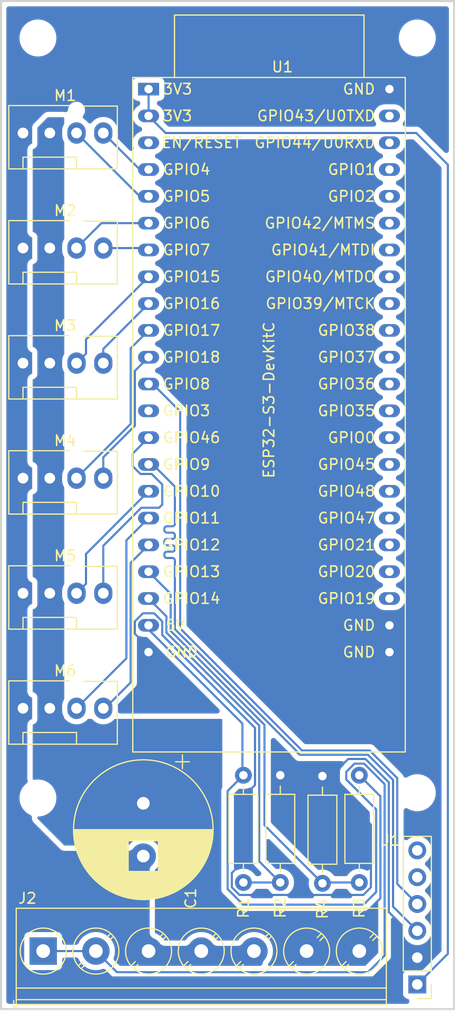
<source format=kicad_pcb>
(kicad_pcb (version 20240108) (generator "pcbnew") (generator_version "8.0")
  (layers (0 "F.Cu" signal) (31 "B.Cu" signal) (34 "B.Paste" user) (35 "F.Paste" user) (36 "B.SilkS" user "B.Silkscreen") (37 "F.SilkS" user "F.Silkscreen") (38 "B.Mask" user) (39 "F.Mask" user) (44 "Edge.Cuts" user))
  (net 0 "")
  (net 1 "/scl")
  (net 2 "/cs")
  (net 3 "GND")
  (net 4 "/sda")
  (net 5 "+3.3V")
  (net 6 "/sdo")
  (net 7 "+5V")
  (net 8 "+12V")
  (net 9 "/f1_pwm")
  (net 10 "/f1_tach")
  (net 11 "/f2_pwm")
  (net 12 "/f2_tach")
  (net 13 "/f3_pwm")
  (net 14 "/f3_tach")
  (net 15 "/f4_pwm")
  (net 16 "/f4_tach")
  (net 17 "/f5_pwm")
  (net 18 "/f5_tach")
  (net 19 "/f6_pwm")
  (net 20 "/f6_tach")
  (net 21 "/5v_adc_scaled")
  (net 22 "/12v_adc_scaled")
  (footprint "Connector:FanPinHeader_1x04_P2.54mm_Vertical" (layer "F.Cu") (at 129.5825 83.2)
    (property "Reference" "M4" (at 4 -3.55 0) (layer "F.SilkS"))
    (property "Value" "Fan 4")
    (pad "" np_thru_hole circle (at 5.08 -2.16 90) (size 1.1 1.1) (drill 1.1) (layers "*.Cu" "*.Mask"))
    (pad "1" thru_hole rect (at 0 0 90) (size 2.03 1.73) (drill 1.02) (layers "*.Cu" "*.Mask") (net 3 "GND"))
    (pad "2" thru_hole oval (at 2.54 0 90) (size 2.03 1.73) (drill 1.02) (layers "*.Cu" "*.Mask") (net 8 "+12V"))
    (pad "3" thru_hole oval (at 5.08 0 90) (size 2.03 1.73) (drill 1.02) (layers "*.Cu" "*.Mask") (net 16 "/f4_tach"))
    (pad "4" thru_hole oval (at 7.62 0 90) (size 2.03 1.73) (drill 1.02) (layers "*.Cu" "*.Mask") (net 15 "/f4_pwm"))
  )
  (footprint "MountingHole:MountingHole_3mm" (layer "F.Cu") (at 131 41.5)
    (property "Reference" "H2" (hide yes))
    (property "Value" "MountingHole" (hide yes))
    (pad "" np_thru_hole circle (at 0 0) (size 3 3) (drill 3) (layers "*.Cu" "*.Mask"))
  )
  (footprint "Connector:FanPinHeader_1x04_P2.54mm_Vertical" (layer "F.Cu") (at 129.5825 94.1)
    (property "Reference" "M5" (at 4 -3.55 0) (layer "F.SilkS"))
    (property "Value" "Fan 5")
    (pad "" np_thru_hole circle (at 5.08 -2.16 90) (size 1.1 1.1) (drill 1.1) (layers "*.Cu" "*.Mask"))
    (pad "1" thru_hole rect (at 0 0 90) (size 2.03 1.73) (drill 1.02) (layers "*.Cu" "*.Mask") (net 3 "GND"))
    (pad "2" thru_hole oval (at 2.54 0 90) (size 2.03 1.73) (drill 1.02) (layers "*.Cu" "*.Mask") (net 8 "+12V"))
    (pad "3" thru_hole oval (at 5.08 0 90) (size 2.03 1.73) (drill 1.02) (layers "*.Cu" "*.Mask") (net 18 "/f5_tach"))
    (pad "4" thru_hole oval (at 7.62 0 90) (size 2.03 1.73) (drill 1.02) (layers "*.Cu" "*.Mask") (net 17 "/f5_pwm"))
  )
  (footprint "Resistor_THT:R_Axial_DIN0207_L6.3mm_D2.5mm_P10.16mm_Horizontal" (layer "F.Cu") (at 161.5 121.5 90)
    (property "Reference" "R3" (at -2.42 0 90) (layer "F.SilkS"))
    (property "Value" "10k" (hide yes))
    (pad "1" thru_hole circle (at 0 0 90) (size 1.6 1.6) (drill 0.8) (layers "*.Cu" "*.Mask") (net 22 "/12v_adc_scaled"))
    (pad "2" thru_hole oval (at 10.16 0 90) (size 1.6 1.6) (drill 0.8) (layers "*.Cu" "*.Mask") (net 8 "+12V"))
  )
  (footprint "MountingHole:MountingHole_3mm" (layer "F.Cu") (at 131 113.5)
    (property "Reference" "H4" (hide yes))
    (property "Value" "MountingHole" (hide yes))
    (pad "" np_thru_hole circle (at 0 0) (size 3 3) (drill 3) (layers "*.Cu" "*.Mask"))
  )
  (footprint "Connector_PinHeader_2.54mm:PinHeader_1x06_P2.54mm_Vertical" (layer "F.Cu") (at 167 131.16 180)
    (property "Reference" "J1" (at 2.5 13.66 360) (layer "F.SilkS"))
    (property "Value" "PINHD_1x6_Male" (hide yes))
    (pad "1" thru_hole rect (at 0 0 180) (size 1.7 1.7) (drill 1) (layers "*.Cu" "*.Mask") (net 5 "+3.3V"))
    (pad "2" thru_hole oval (at 0 2.54 180) (size 1.7 1.7) (drill 1) (layers "*.Cu" "*.Mask") (net 3 "GND"))
    (pad "3" thru_hole oval (at 0 5.08 180) (size 1.7 1.7) (drill 1) (layers "*.Cu" "*.Mask") (net 1 "/scl"))
    (pad "4" thru_hole oval (at 0 7.62 180) (size 1.7 1.7) (drill 1) (layers "*.Cu" "*.Mask") (net 4 "/sda"))
    (pad "5" thru_hole oval (at 0 10.16 180) (size 1.7 1.7) (drill 1) (layers "*.Cu" "*.Mask") (net 6 "/sdo"))
    (pad "6" thru_hole oval (at 0 12.7 180) (size 1.7 1.7) (drill 1) (layers "*.Cu" "*.Mask") (net 2 "/cs"))
  )
  (footprint "MountingHole:MountingHole_3mm" (layer "F.Cu") (at 167 41.5)
    (property "Reference" "H1" (hide yes))
    (property "Value" "MountingHole" (hide yes))
    (pad "" np_thru_hole circle (at 0 0) (size 3 3) (drill 3) (layers "*.Cu" "*.Mask"))
  )
  (footprint "Connector:FanPinHeader_1x04_P2.54mm_Vertical" (layer "F.Cu") (at 129.5825 105)
    (property "Reference" "M6" (at 4 -3.55 0) (layer "F.SilkS"))
    (property "Value" "Fan 6")
    (pad "" np_thru_hole circle (at 5.08 -2.16 90) (size 1.1 1.1) (drill 1.1) (layers "*.Cu" "*.Mask"))
    (pad "1" thru_hole rect (at 0 0 90) (size 2.03 1.73) (drill 1.02) (layers "*.Cu" "*.Mask") (net 3 "GND"))
    (pad "2" thru_hole oval (at 2.54 0 90) (size 2.03 1.73) (drill 1.02) (layers "*.Cu" "*.Mask") (net 8 "+12V"))
    (pad "3" thru_hole oval (at 5.08 0 90) (size 2.03 1.73) (drill 1.02) (layers "*.Cu" "*.Mask") (net 20 "/f6_tach"))
    (pad "4" thru_hole oval (at 7.62 0 90) (size 2.03 1.73) (drill 1.02) (layers "*.Cu" "*.Mask") (net 19 "/f6_pwm"))
  )
  (footprint "Connector:FanPinHeader_1x04_P2.54mm_Vertical" (layer "F.Cu") (at 129.5825 61.4)
    (property "Reference" "M2" (at 4 -3.55 0) (layer "F.SilkS"))
    (property "Value" "Fan 2")
    (pad "" np_thru_hole circle (at 5.08 -2.16 90) (size 1.1 1.1) (drill 1.1) (layers "*.Cu" "*.Mask"))
    (pad "1" thru_hole rect (at 0 0 90) (size 2.03 1.73) (drill 1.02) (layers "*.Cu" "*.Mask") (net 3 "GND"))
    (pad "2" thru_hole oval (at 2.54 0 90) (size 2.03 1.73) (drill 1.02) (layers "*.Cu" "*.Mask") (net 8 "+12V"))
    (pad "3" thru_hole oval (at 5.08 0 90) (size 2.03 1.73) (drill 1.02) (layers "*.Cu" "*.Mask") (net 12 "/f2_tach"))
    (pad "4" thru_hole oval (at 7.62 0 90) (size 2.03 1.73) (drill 1.02) (layers "*.Cu" "*.Mask") (net 11 "/f2_pwm"))
  )
  (footprint "Resistor_THT:R_Axial_DIN0207_L6.3mm_D2.5mm_P10.16mm_Horizontal" (layer "F.Cu") (at 154 111.34 -90)
    (property "Reference" "R2" (at 12.58 0 90) (layer "F.SilkS"))
    (property "Value" "10k" (hide yes))
    (pad "1" thru_hole circle (at 0 0 270) (size 1.6 1.6) (drill 0.8) (layers "*.Cu" "*.Mask") (net 3 "GND"))
    (pad "2" thru_hole oval (at 10.16 0 270) (size 1.6 1.6) (drill 0.8) (layers "*.Cu" "*.Mask") (net 21 "/5v_adc_scaled"))
  )
  (footprint "Resistor_THT:R_Axial_DIN0207_L6.3mm_D2.5mm_P10.16mm_Horizontal" (layer "F.Cu") (at 150.5 121.5 90)
    (property "Reference" "R1" (at -2.42 0 90) (layer "F.SilkS"))
    (property "Value" "10k" (hide yes))
    (pad "1" thru_hole circle (at 0 0 90) (size 1.6 1.6) (drill 0.8) (layers "*.Cu" "*.Mask") (net 21 "/5v_adc_scaled"))
    (pad "2" thru_hole oval (at 10.16 0 90) (size 1.6 1.6) (drill 0.8) (layers "*.Cu" "*.Mask") (net 7 "+5V"))
  )
  (footprint "Resistor_THT:R_Axial_DIN0207_L6.3mm_D2.5mm_P10.16mm_Horizontal" (layer "F.Cu") (at 158 111.42 -90)
    (property "Reference" "R4" (at 12.58 0 90) (layer "F.SilkS"))
    (property "Value" "3.3k" (hide yes))
    (pad "1" thru_hole circle (at 0 0 270) (size 1.6 1.6) (drill 0.8) (layers "*.Cu" "*.Mask") (net 3 "GND"))
    (pad "2" thru_hole oval (at 10.16 0 270) (size 1.6 1.6) (drill 0.8) (layers "*.Cu" "*.Mask") (net 22 "/12v_adc_scaled"))
  )
  (footprint "PCM_Espressif:ESP32-S3-DevKitC" (layer "F.Cu") (at 141.5 46.34)
    (property "Reference" "U1" (at 12.7 -2.1 0) (layer "F.SilkS"))
    (property "Value" "ESP32-S3-DevKitC" (at 11.42632 29.46128 90) (layer "F.SilkS"))
    (fp_text user "GND" (at 21.59 53.34 0) (layer "F.SilkS") (effects (justify right)))
    (fp_text user "GPIO35" (at 21.59 30.48 0) (layer "F.SilkS") (effects (justify right)))
    (fp_text user "GPIO37" (at 21.59 25.4 0) (layer "F.SilkS") (effects (justify right)))
    (fp_text user "3V3" (at 1.27 0 0) (layer "F.SilkS") (effects (justify left)))
    (fp_text user "GPIO0" (at 21.59 33.02 0) (layer "F.SilkS") (effects (justify right)))
    (fp_text user "GND" (at 1.52032 53.33728 0) (layer "F.SilkS") (effects (justify left)))
    (fp_text user "GPIO41/MTDI" (at 21.59 15.24 0) (layer "F.SilkS") (effects (justify right)))
    (fp_text user "GPIO42/MTMS" (at 21.59 12.7 0) (layer "F.SilkS") (effects (justify right)))
    (fp_text user "GPIO1" (at 21.59 7.62 0) (layer "F.SilkS") (effects (justify right)))
    (fp_text user "GPIO46" (at 1.27 33.02 0) (layer "F.SilkS") (effects (justify left)))
    (fp_text user "GPIO7" (at 1.27 15.24 0) (layer "F.SilkS") (effects (justify left)))
    (fp_text user "GPIO39/MTCK" (at 21.59 20.32 0) (layer "F.SilkS") (effects (justify right)))
    (fp_text user "GPIO47" (at 21.59 40.64 0) (layer "F.SilkS") (effects (justify right)))
    (fp_text user "GPIO6" (at 1.27 12.7 0) (layer "F.SilkS") (effects (justify left)))
    (fp_text user "GND" (at 21.59 0 0) (layer "F.SilkS") (effects (justify right)))
    (fp_text user "GND" (at 21.59 50.8 0) (layer "F.SilkS") (effects (justify right)))
    (fp_text user "GPIO14" (at 1.27 48.26 0) (layer "F.SilkS") (effects (justify left)))
    (fp_text user "GPIO19" (at 21.59 48.26 0) (layer "F.SilkS") (effects (justify right)))
    (fp_text user "GPIO38" (at 21.59 22.86 0) (layer "F.SilkS") (effects (justify right)))
    (fp_text user "GPIO44/U0RXD" (at 21.59 5.08 0) (layer "F.SilkS") (effects (justify right)))
    (fp_text user "GPIO4" (at 1.27 7.62 0) (layer "F.SilkS") (effects (justify left)))
    (fp_text user "GPIO36" (at 21.59 27.94 0) (layer "F.SilkS") (effects (justify right)))
    (fp_text user "GPIO43/U0TXD" (at 21.59 2.54 0) (layer "F.SilkS") (effects (justify right)))
    (fp_text user "GPIO48" (at 21.59 38.1 0) (layer "F.SilkS") (effects (justify right)))
    (fp_text user "GPIO45" (at 21.59 35.56 0) (layer "F.SilkS") (effects (justify right)))
    (fp_text user "GPIO18" (at 1.27 25.4 0) (layer "F.SilkS") (effects (justify left)))
    (fp_text user "GPIO40/MTDO" (at 21.59 17.78 0) (layer "F.SilkS") (effects (justify right)))
    (fp_text user "GPIO11" (at 1.27 40.64 0) (layer "F.SilkS") (effects (justify left)))
    (fp_text user "GPIO10" (at 1.27 38.1 0) (layer "F.SilkS") (effects (justify left)))
    (fp_text user "GPIO5" (at 1.27 10.16 0) (layer "F.SilkS") (effects (justify left)))
    (fp_text user "3V3" (at 1.27 2.54 0) (layer "F.SilkS") (effects (justify left)))
    (fp_text user "GPIO16" (at 1.27 20.32 0) (layer "F.SilkS") (effects (justify left)))
    (fp_text user "EN/RESET" (at 8.88632 5.07728 0) (layer "F.SilkS") (effects (justify right)))
    (fp_text user "GPIO3" (at 1.27 30.48 0) (layer "F.SilkS") (effects (justify left)))
    (fp_text user "5V" (at 1.52032 50.79728 0) (layer "F.SilkS") (effects (justify left)))
    (fp_text user "GPIO8" (at 1.27 27.94 0) (layer "F.SilkS") (effects (justify left)))
    (fp_text user "GPIO2" (at 21.59 10.16 0) (layer "F.SilkS") (effects (justify right)))
    (fp_text user "GPIO12" (at 1.27 43.18 0) (layer "F.SilkS") (effects (justify left)))
    (fp_text user "GPIO9" (at 1.27 35.56 0) (layer "F.SilkS") (effects (justify left)))
    (fp_text user "GPIO15" (at 1.27 17.78 0) (layer "F.SilkS") (effects (justify left)))
    (fp_text user "GPIO13" (at 1.27 45.72 0) (layer "F.SilkS") (effects (justify left)))
    (fp_text user "GPIO20" (at 21.59 45.72 0) (layer "F.SilkS") (effects (justify right)))
    (fp_text user "GPIO17" (at 1.27 22.86 0) (layer "F.SilkS") (effects (justify left)))
    (fp_text user "GPIO21" (at 21.59 43.18 0) (layer "F.SilkS") (effects (justify right)))
    (pad "1" thru_hole rect (at 0 0 270) (size 1.2 2) (drill 0.8) (layers "*.Cu" "*.Mask") (net 5 "+3.3V"))
    (pad "2" thru_hole oval (at 0 2.54 270) (size 1.2 2) (drill 0.8) (layers "*.Cu" "*.Mask") (net 5 "+3.3V"))
    (pad "3" thru_hole oval (at 0 5.08 270) (size 1.2 2) (drill 0.8) (layers "*.Cu" "*.Mask"))
    (pad "4" thru_hole oval (at 0 7.62 270) (size 1.2 2) (drill 0.8) (layers "*.Cu" "*.Mask") (net 9 "/f1_pwm"))
    (pad "5" thru_hole oval (at 0 10.16 270) (size 1.2 2) (drill 0.8) (layers "*.Cu" "*.Mask") (net 10 "/f1_tach"))
    (pad "6" thru_hole oval (at 0 12.7 270) (size 1.2 2) (drill 0.8) (layers "*.Cu" "*.Mask") (net 12 "/f2_tach"))
    (pad "7" thru_hole oval (at 0 15.24 270) (size 1.2 2) (drill 0.8) (layers "*.Cu" "*.Mask") (net 11 "/f2_pwm"))
    (pad "8" thru_hole oval (at 0 17.78 270) (size 1.2 2) (drill 0.8) (layers "*.Cu" "*.Mask") (net 14 "/f3_tach"))
    (pad "9" thru_hole oval (at 0 20.32 270) (size 1.2 2) (drill 0.8) (layers "*.Cu" "*.Mask") (net 13 "/f3_pwm"))
    (pad "10" thru_hole oval (at 0 22.86 270) (size 1.2 2) (drill 0.8) (layers "*.Cu" "*.Mask") (net 16 "/f4_tach"))
    (pad "11" thru_hole oval (at 0 25.4 270) (size 1.2 2) (drill 0.8) (layers "*.Cu" "*.Mask") (net 15 "/f4_pwm"))
    (pad "12" thru_hole oval (at 0 27.94 270) (size 1.2 2) (drill 0.8) (layers "*.Cu" "*.Mask") (net 4 "/sda"))
    (pad "13" thru_hole oval (at 0 30.48 270) (size 1.2 2) (drill 0.8) (layers "*.Cu" "*.Mask"))
    (pad "14" thru_hole oval (at 0 33.02 270) (size 1.2 2) (drill 0.8) (layers "*.Cu" "*.Mask") (net 17 "/f5_pwm"))
    (pad "15" thru_hole oval (at 0 35.56 270) (size 1.2 2) (drill 0.8) (layers "*.Cu" "*.Mask") (net 1 "/scl"))
    (pad "16" thru_hole oval (at 0 38.1 270) (size 1.2 2) (drill 0.8) (layers "*.Cu" "*.Mask") (net 18 "/f5_tach"))
    (pad "17" thru_hole oval (at 0 40.64 270) (size 1.2 2) (drill 0.8) (layers "*.Cu" "*.Mask") (net 20 "/f6_tach"))
    (pad "18" thru_hole oval (at 0 43.18 270) (size 1.2 2) (drill 0.8) (layers "*.Cu" "*.Mask") (net 19 "/f6_pwm"))
    (pad "19" thru_hole oval (at 0 45.72 270) (size 1.2 2) (drill 0.8) (layers "*.Cu" "*.Mask") (net 22 "/12v_adc_scaled"))
    (pad "20" thru_hole oval (at -0.00368 48.25728 270) (size 1.2 2) (drill 0.8) (layers "*.Cu" "*.Mask") (net 21 "/5v_adc_scaled"))
    (pad "21" thru_hole oval (at -0.00368 50.79728 270) (size 1.2 2) (drill 0.8) (layers "*.Cu" "*.Mask") (net 7 "+5V"))
    (pad "22" thru_hole oval (at -0.00368 53.33728 270) (size 1.2 2) (drill 0.8) (layers "*.Cu" "*.Mask") (net 3 "GND"))
    (pad "23" thru_hole oval (at 22.86 53.34 270) (size 1.2 2) (drill 0.8) (layers "*.Cu" "*.Mask") (net 3 "GND"))
    (pad "24" thru_hole oval (at 22.86 50.8 270) (size 1.2 2) (drill 0.8) (layers "*.Cu" "*.Mask") (net 3 "GND"))
    (pad "25" thru_hole oval (at 22.86 48.26 270) (size 1.2 2) (drill 0.8) (layers "*.Cu" "*.Mask"))
    (pad "26" thru_hole oval (at 22.86 45.72 270) (size 1.2 2) (drill 0.8) (layers "*.Cu" "*.Mask"))
    (pad "27" thru_hole oval (at 22.86 43.18 270) (size 1.2 2) (drill 0.8) (layers "*.Cu" "*.Mask"))
    (pad "28" thru_hole oval (at 22.86 40.64 270) (size 1.2 2) (drill 0.8) (layers "*.Cu" "*.Mask"))
    (pad "29" thru_hole oval (at 22.86 38.1 270) (size 1.2 2) (drill 0.8) (layers "*.Cu" "*.Mask"))
    (pad "30" thru_hole oval (at 22.86 35.56 270) (size 1.2 2) (drill 0.8) (layers "*.Cu" "*.Mask"))
    (pad "31" thru_hole oval (at 22.86 33.02 270) (size 1.2 2) (drill 0.8) (layers "*.Cu" "*.Mask"))
    (pad "32" thru_hole oval (at 22.86 30.48 270) (size 1.2 2) (drill 0.8) (layers "*.Cu" "*.Mask"))
    (pad "33" thru_hole oval (at 22.86 27.94 270) (size 1.2 2) (drill 0.8) (layers "*.Cu" "*.Mask"))
    (pad "34" thru_hole oval (at 22.86 25.4 270) (size 1.2 2) (drill 0.8) (layers "*.Cu" "*.Mask"))
    (pad "35" thru_hole oval (at 22.86 22.86 270) (size 1.2 2) (drill 0.8) (layers "*.Cu" "*.Mask"))
    (pad "36" thru_hole oval (at 22.86 20.32 270) (size 1.2 2) (drill 0.8) (layers "*.Cu" "*.Mask"))
    (pad "37" thru_hole oval (at 22.86 17.78 270) (size 1.2 2) (drill 0.8) (layers "*.Cu" "*.Mask"))
    (pad "38" thru_hole oval (at 22.86 15.24 270) (size 1.2 2) (drill 0.8) (layers "*.Cu" "*.Mask"))
    (pad "39" thru_hole oval (at 22.86 12.7 270) (size 1.2 2) (drill 0.8) (layers "*.Cu" "*.Mask"))
    (pad "40" thru_hole oval (at 22.86 10.16 270) (size 1.2 2) (drill 0.8) (layers "*.Cu" "*.Mask"))
    (pad "41" thru_hole oval (at 22.86 7.62 270) (size 1.2 2) (drill 0.8) (layers "*.Cu" "*.Mask"))
    (pad "42" thru_hole oval (at 22.86 5.08 270) (size 1.2 2) (drill 0.8) (layers "*.Cu" "*.Mask"))
    (pad "43" thru_hole oval (at 22.86 2.54 270) (size 1.2 2) (drill 0.8) (layers "*.Cu" "*.Mask"))
    (pad "44" thru_hole oval (at 22.86 0 270) (size 1.2 2) (drill 0.8) (layers "*.Cu" "*.Mask") (net 3 "GND"))
  )
  (footprint "PCM_Capacitor_THT_AKL:CP_Radial_D13.0mm_P5.00mm" (layer "F.Cu") (at 141 114 -90)
    (property "Reference" "C1" (at 9 -4.5 90) (layer "F.SilkS"))
    (property "Value" "330uF" (hide yes))
    (pad "1" thru_hole rect (at 0 0 270) (size 2.4 2.4) (drill 1.2) (layers "*.Cu" "*.Mask") (net 8 "+12V"))
    (pad "2" thru_hole circle (at 5 0 270) (size 2.4 2.4) (drill 1.2) (layers "*.Cu" "*.Mask") (net 3 "GND"))
  )
  (footprint "TerminalBlock_Phoenix:TerminalBlock_Phoenix_PT-1,5-7-5.0-H_1x07_P5.00mm_Horizontal" (layer "F.Cu") (at 131.5 128)
    (property "Reference" "J2" (at -1.5 -5 180) (layer "F.SilkS"))
    (property "Value" "Screw_Terminal_7_P5.00mm")
    (pad "1" thru_hole rect (at 0 0) (size 2.6 2.6) (drill 1.3) (layers "*.Cu" "*.Mask") (net 7 "+5V"))
    (pad "2" thru_hole circle (at 5 0) (size 2.6 2.6) (drill 1.3) (layers "*.Cu" "*.Mask") (net 7 "+5V"))
    (pad "3" thru_hole circle (at 10 0) (size 2.6 2.6) (drill 1.3) (layers "*.Cu" "*.Mask") (net 3 "GND"))
    (pad "4" thru_hole circle (at 15 0) (size 2.6 2.6) (drill 1.3) (layers "*.Cu" "*.Mask") (net 3 "GND"))
    (pad "5" thru_hole circle (at 20 0) (size 2.6 2.6) (drill 1.3) (layers "*.Cu" "*.Mask") (net 3 "GND"))
    (pad "6" thru_hole circle (at 25 0) (size 2.6 2.6) (drill 1.3) (layers "*.Cu" "*.Mask") (net 8 "+12V"))
    (pad "7" thru_hole circle (at 30 0) (size 2.6 2.6) (drill 1.3) (layers "*.Cu" "*.Mask") (net 8 "+12V"))
  )
  (footprint "MountingHole:MountingHole_3mm" (layer "F.Cu") (at 167 113)
    (property "Reference" "H3" (hide yes))
    (property "Value" "MountingHole" (hide yes))
    (pad "" np_thru_hole circle (at 0 0) (size 3 3) (drill 3) (layers "*.Cu" "*.Mask"))
  )
  (footprint "Connector:FanPinHeader_1x04_P2.54mm_Vertical" (layer "F.Cu") (at 129.5825 72.3)
    (property "Reference" "M3" (at 4 -3.55 0) (layer "F.SilkS"))
    (property "Value" "Fan 3")
    (pad "" np_thru_hole circle (at 5.08 -2.16 90) (size 1.1 1.1) (drill 1.1) (layers "*.Cu" "*.Mask"))
    (pad "1" thru_hole rect (at 0 0 90) (size 2.03 1.73) (drill 1.02) (layers "*.Cu" "*.Mask") (net 3 "GND"))
    (pad "2" thru_hole oval (at 2.54 0 90) (size 2.03 1.73) (drill 1.02) (layers "*.Cu" "*.Mask") (net 8 "+12V"))
    (pad "3" thru_hole oval (at 5.08 0 90) (size 2.03 1.73) (drill 1.02) (layers "*.Cu" "*.Mask") (net 14 "/f3_tach"))
    (pad "4" thru_hole oval (at 7.62 0 90) (size 2.03 1.73) (drill 1.02) (layers "*.Cu" "*.Mask") (net 13 "/f3_pwm"))
  )
  (footprint "Connector:FanPinHeader_1x04_P2.54mm_Vertical" (layer "F.Cu") (at 129.5825 50.5)
    (property "Reference" "M1" (at 4 -3.55 0) (layer "F.SilkS"))
    (property "Value" "Fan 1")
    (pad "" np_thru_hole circle (at 5.08 -2.16 90) (size 1.1 1.1) (drill 1.1) (layers "*.Cu" "*.Mask"))
    (pad "1" thru_hole rect (at 0 0 90) (size 2.03 1.73) (drill 1.02) (layers "*.Cu" "*.Mask") (net 3 "GND"))
    (pad "2" thru_hole oval (at 2.54 0 90) (size 2.03 1.73) (drill 1.02) (layers "*.Cu" "*.Mask") (net 8 "+12V"))
    (pad "3" thru_hole oval (at 5.08 0 90) (size 2.03 1.73) (drill 1.02) (layers "*.Cu" "*.Mask") (net 10 "/f1_tach"))
    (pad "4" thru_hole oval (at 7.62 0 90) (size 2.03 1.73) (drill 1.02) (layers "*.Cu" "*.Mask") (net 9 "/f1_pwm"))
  )
  (gr_line (start 161.5 121.5) (end 158 121.5) (stroke (width 0.2)) (layer "B.Cu") (net 22))
  (gr_line (start 129.5 105) (end 129 105) (stroke (width 0.2)) (layer "B.Cu") (net 3))
  (gr_line (start 154 121.5) (end 150.5 121.5) (stroke (width 0.2)) (layer "B.Cu") (net 21))
  (gr_line (start 141.5 119) (end 141 119) (stroke (width 0.2)) (layer "B.Cu") (net 3))
  (gr_line (start 141 128) (end 141.5 128) (stroke (width 0.2)) (layer "B.Cu") (net 3))
  (gr_line (start 161.5 128) (end 156.5 128) (stroke (width 0.2)) (layer "B.Cu") (net 8))
  (gr_rect (start 127.5 38) (end 170.5 133.5) (stroke (width 0.2)) (fill none) (layer "Edge.Cuts"))
  (segment (start 143.99632 89.92) (end 143.99632 89.8) (width 0.2) (layer "B.Cu") (net 1))
  (segment (start 143.99632 97.49632) (end 143.99632 91) (width 0.2) (layer "B.Cu") (net 1))
  (segment (start 143.99632 87.52) (end 143.99632 83.99632) (width 0.2) (layer "B.Cu") (net 1))
  (segment (start 155.6 109.165685) (end 155.6 109.1) (width 0.2) (layer "B.Cu") (net 1))
  (segment (start 155.6 109.1) (end 143.99632 97.49632) (width 0.2) (layer "B.Cu") (net 1))
  (segment (start 143.23632 90.16) (end 143.75632 90.16) (width 0.2) (layer "B.Cu") (net 1))
  (segment (start 164.7 123.78) (end 164.7 111.783705) (width 0.2) (layer "B.Cu") (net 1))
  (segment (start 143.99632 88.72) (end 143.99632 88.6) (width 0.2) (layer "B.Cu") (net 1))
  (segment (start 142.99632 90.52) (end 142.99632 90.4) (width 0.2) (layer "B.Cu") (net 1))
  (segment (start 162.316295 109.4) (end 155.834314 109.4) (width 0.2) (layer "B.Cu") (net 1))
  (segment (start 155.834314 109.4) (end 155.6 109.165685) (width 0.2) (layer "B.Cu") (net 1))
  (segment (start 143.23632 88.96) (end 143.75632 88.96) (width 0.2) (layer "B.Cu") (net 1))
  (segment (start 142.99632 89.32) (end 142.99632 89.2) (width 0.2) (layer "B.Cu") (net 1))
  (segment (start 143.23632 87.76) (end 143.75632 87.76) (width 0.2) (layer "B.Cu") (net 1))
  (segment (start 142.99632 88.12) (end 142.99632 88) (width 0.2) (layer "B.Cu") (net 1))
  (segment (start 167 126.08) (end 164.7 123.78) (width 0.2) (layer "B.Cu") (net 1))
  (segment (start 164.7 111.783705) (end 162.316295 109.4) (width 0.2) (layer "B.Cu") (net 1))
  (segment (start 143.75632 88.36) (end 143.23632 88.36) (width 0.2) (layer "B.Cu") (net 1))
  (segment (start 143.75632 89.56) (end 143.23632 89.56) (width 0.2) (layer "B.Cu") (net 1))
  (segment (start 143.99632 83.99632) (end 141.9 81.9) (width 0.2) (layer "B.Cu") (net 1))
  (segment (start 143.75632 90.76) (end 143.23632 90.76) (width 0.2) (layer "B.Cu") (net 1))
  (arc (start 143.75632 87.76) (mid 143.926026 87.689706) (end 143.99632 87.52) (width 0.2) (layer "B.Cu") (net 1))
  (arc (start 143.23632 90.76) (mid 143.066614 90.689706) (end 142.99632 90.52) (width 0.2) (layer "B.Cu") (net 1))
  (arc (start 143.99632 91) (mid 143.926026 90.830294) (end 143.75632 90.76) (width 0.2) (layer "B.Cu") (net 1))
  (arc (start 142.99632 89.2) (mid 143.066614 89.030294) (end 143.23632 88.96) (width 0.2) (layer "B.Cu") (net 1))
  (arc (start 143.75632 88.96) (mid 143.926026 88.889706) (end 143.99632 88.72) (width 0.2) (layer "B.Cu") (net 1))
  (arc (start 143.23632 88.36) (mid 143.066614 88.289706) (end 142.99632 88.12) (width 0.2) (layer "B.Cu") (net 1))
  (arc (start 143.99632 89.8) (mid 143.926026 89.630294) (end 143.75632 89.56) (width 0.2) (layer "B.Cu") (net 1))
  (arc (start 143.75632 90.16) (mid 143.926026 90.089706) (end 143.99632 89.92) (width 0.2) (layer "B.Cu") (net 1))
  (arc (start 142.99632 88) (mid 143.066614 87.830294) (end 143.23632 87.76) (width 0.2) (layer "B.Cu") (net 1))
  (arc (start 143.23632 89.56) (mid 143.066614 89.489706) (end 142.99632 89.32) (width 0.2) (layer "B.Cu") (net 1))
  (arc (start 142.99632 90.4) (mid 143.066614 90.230294) (end 143.23632 90.16) (width 0.2) (layer "B.Cu") (net 1))
  (arc (start 143.99632 88.6) (mid 143.926026 88.430294) (end 143.75632 88.36) (width 0.2) (layer "B.Cu") (net 1))
  (segment (start 164.36 46.34) (end 162.02 44) (width 0.2) (layer "B.Cu") (net 3))
  (segment (start 150.124365 122.68) (end 161.875635 122.68) (width 0.2) (layer "B.Cu") (net 3))
  (segment (start 165.5 125.5) (end 165.5 127.12) (width 0.2) (layer "B.Cu") (net 3))
  (segment (start 141.5 128) (end 151.5 128) (width 0.2) (layer "B.Cu") (net 3))
  (segment (start 169 126.62) (end 167 128.62) (width 0.2) (layer "B.Cu") (net 3))
  (segment (start 158.824921 111.42) (end 160.444921 109.8) (width 0.2) (layer "B.Cu") (net 3))
  (segment (start 142.79632 98.059063) (end 151.6 106.862743) (width 0.2) (layer "B.Cu") (net 3))
  (segment (start 141 119) (end 133.5 119) (width 0.2) (layer "B.Cu") (net 3))
  (segment (start 151.6 106.862743) (end 151.6 112.273222) (width 0.2) (layer "B.Cu") (net 3))
  (segment (start 136.0825 44) (end 129.5825 50.5) (width 0.2) (layer "B.Cu") (net 3))
  (segment (start 130.8 130.5) (end 165.12 130.5) (width 0.2) (layer "B.Cu") (net 3))
  (segment (start 162.6 116.02) (end 158 111.42) (width 0.2) (layer "B.Cu") (net 3))
  (segment (start 141.5 128) (end 141.5 119.5) (width 0.2) (layer "B.Cu") (net 3))
  (segment (start 140.19632 97.937242) (end 140.19632 96.764488) (width 0.2) (layer "B.Cu") (net 3))
  (segment (start 141 128) (end 138.5 125.5) (width 0.2) (layer "B.Cu") (net 3))
  (segment (start 138.5 125.5) (end 130.5 125.5) (width 0.2) (layer "B.Cu") (net 3))
  (segment (start 149.4 121.955635) (end 150.124365 122.68) (width 0.2) (layer "B.Cu") (net 3))
  (segment (start 133.5 119) (end 129.15 114.65) (width 0.2) (layer "B.Cu") (net 3))
  (segment (start 140.19632 96.764488) (end 140.960808 96) (width 0.2) (layer "B.Cu") (net 3))
  (segment (start 158 111.42) (end 158.824921 111.42) (width 0.2) (layer "B.Cu") (net 3))
  (segment (start 164.3 112.018679) (end 164.3 124.3) (width 0.2) (layer "B.Cu") (net 3))
  (segment (start 162.081321 109.8) (end 164.3 112.018679) (width 0.2) (layer "B.Cu") (net 3))
  (segment (start 142.031832 96) (end 142.79632 96.764488) (width 0.2) (layer "B.Cu") (net 3))
  (segment (start 140.960808 96) (end 142.031832 96) (width 0.2) (layer "B.Cu") (net 3))
  (segment (start 164.36 97.14) (end 164.36 99.68) (width 0.2) (layer "B.Cu") (net 3))
  (segment (start 129.5825 105) (end 129.5825 50.5) (width 0.2) (layer "B.Cu") (net 3))
  (segment (start 165.12 130.5) (end 167 128.62) (width 0.2) (layer "B.Cu") (net 3))
  (segment (start 164.36 100.08) (end 169 104.72) (width 0.2) (layer "B.Cu") (net 3))
  (segment (start 157.84 111.34) (end 154 111.34) (width 0.2) (layer "B.Cu") (net 3))
  (segment (start 149.4 120.6) (end 149.4 121.955635) (width 0.2) (layer "B.Cu") (net 3))
  (segment (start 162.02 44) (end 136.0825 44) (width 0.2) (layer "B.Cu") (net 3))
  (segment (start 169 104.72) (end 169 126.62) (width 0.2) (layer "B.Cu") (net 3))
  (segment (start 129.5 126.5) (end 129.5 129.2) (width 0.2) (layer "B.Cu") (net 3))
  (segment (start 164.3 124.3) (end 165.5 125.5) (width 0.2) (layer "B.Cu") (net 3))
  (segment (start 151.6 112.273222) (end 151 112.873222) (width 0.2) (layer "B.Cu") (net 3))
  (segment (start 142.79632 96.764488) (end 142.79632 98.059063) (width 0.2) (layer "B.Cu") (net 3))
  (segment (start 130.5 125.5) (end 129.5 126.5) (width 0.2) (layer "B.Cu") (net 3))
  (segment (start 151 112.873222) (end 151 119) (width 0.2) (layer "B.Cu") (net 3))
  (segment (start 162.6 121.955635) (end 162.6 116.02) (width 0.2) (layer "B.Cu") (net 3))
  (segment (start 151 119) (end 149.4 120.6) (width 0.2) (layer "B.Cu") (net 3))
  (segment (start 161.875635 122.68) (end 162.6 121.955635) (width 0.2) (layer "B.Cu") (net 3))
  (segment (start 129.5 129.2) (end 130.8 130.5) (width 0.2) (layer "B.Cu") (net 3))
  (segment (start 160.444921 109.8) (end 162.081321 109.8) (width 0.2) (layer "B.Cu") (net 3))
  (segment (start 129.15 114.65) (end 129.15 105.4325) (width 0.2) (layer "B.Cu") (net 3))
  (segment (start 141.49632 99.237242) (end 140.19632 97.937242) (width 0.2) (layer "B.Cu") (net 3))
  (segment (start 165.5 127.12) (end 167 128.62) (width 0.2) (layer "B.Cu") (net 3))
  (segment (start 165.1 121.64) (end 165.1 111.618019) (width 0.2) (layer "B.Cu") (net 4))
  (segment (start 144.5 76.88) (end 141.9 74.28) (width 0.2) (layer "B.Cu") (net 4))
  (segment (start 144.5 97.434314) (end 144.5 76.88) (width 0.2) (layer "B.Cu") (net 4))
  (segment (start 167 123.54) (end 165.1 121.64) (width 0.2) (layer "B.Cu") (net 4))
  (segment (start 162.481981 109) (end 156.065686 109) (width 0.2) (layer "B.Cu") (net 4))
  (segment (start 165.1 111.618019) (end 162.481981 109) (width 0.2) (layer "B.Cu") (net 4))
  (segment (start 156.065686 109) (end 144.5 97.434314) (width 0.2) (layer "B.Cu") (net 4))
  (segment (start 143.12 50.5) (end 141.5 48.88) (width 0.2) (layer "B.Cu") (net 5))
  (segment (start 169.9 53.5) (end 166.9 50.5) (width 0.2) (layer "B.Cu") (net 5))
  (segment (start 167 131.16) (end 169.9 128.26) (width 0.2) (layer "B.Cu") (net 5))
  (segment (start 169.9 128.26) (end 169.9 53.5) (width 0.2) (layer "B.Cu") (net 5))
  (segment (start 166.9 50.5) (end 143.12 50.5) (width 0.2) (layer "B.Cu") (net 5))
  (segment (start 141.5 48.88) (end 141.5 46.34) (width 0.2) (layer "B.Cu") (net 5))
  (segment (start 163.9 128.428428) (end 162.328428 130) (width 0.2) (layer "B.Cu") (net 7))
  (segment (start 149 122.121321) (end 150.478679 123.6) (width 0.2) (layer "B.Cu") (net 7))
  (segment (start 161.9 123.6) (end 163.1 122.4) (width 0.2) (layer "B.Cu") (net 7))
  (segment (start 163.1 122.4) (end 163.1 114.58066) (width 0.2) (layer "B.Cu") (net 7))
  (segment (start 163.1 114.58066) (end 160.25967 111.74033) (width 0.2) (layer "B.Cu") (net 7))
  (segment (start 160.25967 111.024695) (end 161.044365 110.24) (width 0.2) (layer "B.Cu") (net 7))
  (segment (start 162.328428 130) (end 138.5 130) (width 0.2) (layer "B.Cu") (net 7))
  (segment (start 150.405686 106.446646) (end 141.49632 97.53728) (width 0.2) (layer "B.Cu") (net 7))
  (segment (start 161.955635 110.24) (end 163.9 112.184365) (width 0.2) (layer "B.Cu") (net 7))
  (segment (start 161.044365 110.24) (end 161.955635 110.24) (width 0.2) (layer "B.Cu") (net 7))
  (segment (start 149 112.84) (end 149 122.121321) (width 0.2) (layer "B.Cu") (net 7))
  (segment (start 160.25967 111.74033) (end 160.25967 111.024695) (width 0.2) (layer "B.Cu") (net 7))
  (segment (start 150.478679 123.6) (end 161.9 123.6) (width 0.2) (layer "B.Cu") (net 7))
  (segment (start 150.405686 111.34) (end 150.405686 106.446646) (width 0.2) (layer "B.Cu") (net 7))
  (segment (start 150.5 111.34) (end 149 112.84) (width 0.2) (layer "B.Cu") (net 7))
  (segment (start 163.9 112.184365) (end 163.9 128.428428) (width 0.2) (layer "B.Cu") (net 7))
  (segment (start 136.5 128) (end 131.5 128) (width 0.2) (layer "B.Cu") (net 7))
  (segment (start 138.5 130) (end 136.5 128) (width 0.2) (layer "B.Cu") (net 7))
  (segment (start 162 124.5) (end 163.5 123) (width 0.2) (layer "B.Cu") (net 8))
  (segment (start 156.5 126.5) (end 156.5 128) (width 0.2) (layer "B.Cu") (net 8))
  (segment (start 154.5 124.5) (end 156.5 126.5) (width 0.2) (layer "B.Cu") (net 8))
  (segment (start 141 114) (end 132.1225 105.1225) (width 0.2) (layer "B.Cu") (net 8))
  (segment (start 141 114) (end 141 115.4) (width 0.2) (layer "B.Cu") (net 8))
  (segment (start 163.5 123) (end 163.5 113.34) (width 0.2) (layer "B.Cu") (net 8))
  (segment (start 141 115.4) (end 150.1 124.5) (width 0.2) (layer "B.Cu") (net 8))
  (segment (start 150.1 124.5) (end 154.5 124.5) (width 0.2) (layer "B.Cu") (net 8))
  (segment (start 162 127.5) (end 162 124.5) (width 0.2) (layer "B.Cu") (net 8))
  (segment (start 163.5 113.34) (end 161.5 111.34) (width 0.2) (layer "B.Cu") (net 8))
  (segment (start 137.2025 50.5) (end 140.6625 53.96) (width 0.2) (layer "B.Cu") (net 9))
  (segment (start 134.6625 50.5) (end 140.6625 56.5) (width 0.2) (layer "B.Cu") (net 10))
  (segment (start 137.2025 61.4) (end 141.32 61.4) (width 0.2) (layer "B.Cu") (net 11))
  (segment (start 137.0225 59.04) (end 141.5 59.04) (width 0.2) (layer "B.Cu") (net 12))
  (segment (start 134.6625 61.4) (end 137.0225 59.04) (width 0.2) (layer "B.Cu") (net 12))
  (segment (start 137.2025 70.9575) (end 141.5 66.66) (width 0.2) (layer "B.Cu") (net 13))
  (segment (start 137.2025 72.3) (end 137.2025 70.9575) (width 0.2) (layer "B.Cu") (net 13))
  (segment (start 134.6625 72.3) (end 135.5625 71.4) (width 0.2) (layer "B.Cu") (net 14))
  (segment (start 135.5625 71.4) (end 135.5625 70.0575) (width 0.2) (layer "B.Cu") (net 14))
  (segment (start 135.5625 70.0575) (end 141.5 64.12) (width 0.2) (layer "B.Cu") (net 14))
  (segment (start 140.2 78.228186) (end 140.2 73.04) (width 0.2) (layer "B.Cu") (net 15))
  (segment (start 137.2025 81.225686) (end 140.2 78.228186) (width 0.2) (layer "B.Cu") (net 15))
  (segment (start 137.2025 83.2) (end 137.2025 81.225686) (width 0.2) (layer "B.Cu") (net 15))
  (segment (start 140.2 73.04) (end 141.5 71.74) (width 0.2) (layer "B.Cu") (net 15))
  (segment (start 139.8 78.0625) (end 139.8 70.9) (width 0.2) (layer "B.Cu") (net 16))
  (segment (start 139.8 70.9) (end 141.5 69.2) (width 0.2) (layer "B.Cu") (net 16))
  (segment (start 134.6625 83.2) (end 139.8 78.0625) (width 0.2) (layer "B.Cu") (net 16))
  (segment (start 142.8 85.7) (end 142.8 83.8) (width 0.2) (layer "B.Cu") (net 17))
  (segment (start 142.5 86) (end 142.8 85.7) (width 0.2) (layer "B.Cu") (net 17))
  (segment (start 141.8 82.8) (end 140.727208 82.8) (width 0.2) (layer "B.Cu") (net 17))
  (segment (start 142.8 83.8) (end 141.8 82.8) (width 0.2) (layer "B.Cu") (net 17))
  (segment (start 137.2025 94.1) (end 137.2025 89.604708) (width 0.2) (layer "B.Cu") (net 17))
  (segment (start 140.727208 82.8) (end 140 82.072792) (width 0.2) (layer "B.Cu") (net 17))
  (segment (start 140.807208 86) (end 142.5 86) (width 0.2) (layer "B.Cu") (net 17))
  (segment (start 137.2025 89.604708) (end 140.807208 86) (width 0.2) (layer "B.Cu") (net 17))
  (segment (start 140 82.072792) (end 140 80.86) (width 0.2) (layer "B.Cu") (net 17))
  (segment (start 140 80.86) (end 141.5 79.36) (width 0.2) (layer "B.Cu") (net 17))
  (segment (start 135.5625 93.2) (end 135.5625 90.3775) (width 0.2) (layer "B.Cu") (net 18))
  (segment (start 135.5625 90.3775) (end 141.5 84.44) (width 0.2) (layer "B.Cu") (net 18))
  (segment (start 134.6625 94.1) (end 135.5625 93.2) (width 0.2) (layer "B.Cu") (net 18))
  (segment (start 139.79632 91.22368) (end 141.5 89.52) (width 0.2) (layer "B.Cu") (net 19))
  (segment (start 137.3525 105) (end 139.79632 102.55618) (width 0.2) (layer "B.Cu") (net 19))
  (segment (start 139.79632 102.55618) (end 139.79632 91.22368) (width 0.2) (layer "B.Cu") (net 19))
  (segment (start 139.39632 89.08368) (end 141.5 86.98) (width 0.2) (layer "B.Cu") (net 20))
  (segment (start 139.39632 100.26618) (end 139.39632 89.08368) (width 0.2) (layer "B.Cu") (net 20))
  (segment (start 134.6625 105) (end 139.39632 100.26618) (width 0.2) (layer "B.Cu") (net 20))
  (segment (start 143.19632 96.29728) (end 143.19632 97.827692) (width 0.2) (layer "B.Cu") (net 21))
  (segment (start 152 106.631372) (end 152 119.5) (width 0.2) (layer "B.Cu") (net 21))
  (segment (start 143.19632 97.827692) (end 152 106.631372) (width 0.2) (layer "B.Cu") (net 21))
  (segment (start 152 119.5) (end 154 121.5) (width 0.2) (layer "B.Cu") (net 21))
  (segment (start 141.49632 94.59728) (end 143.19632 96.29728) (width 0.2) (layer "B.Cu") (net 21))
  (segment (start 152.5 116.08) (end 152.5 106.565686) (width 0.2) (layer "B.Cu") (net 22))
  (segment (start 143.59632 97.662006) (end 143.59632 94.15632) (width 0.2) (layer "B.Cu") (net 22))
  (segment (start 158 121.58) (end 152.5 116.08) (width 0.2) (layer "B.Cu") (net 22))
  (segment (start 143.59632 94.15632) (end 141.5 92.06) (width 0.2) (layer "B.Cu") (net 22))
  (segment (start 152.5 106.565686) (end 143.59632 97.662006) (width 0.2) (layer "B.Cu") (net 22))
  (zone (net 8) (net_name "+12V") (layer "B.Cu") (priority 2) (connect_pads yes (clearance 0.5)) (min_thickness 0.25) (fill yes (thermal_gap 0.5) (thermal_bridge_width 0.5))
    (polygon (pts (xy 163.5 128) (xy 162 129.5) (xy 152.5 129.5) (xy 152.5 127) (xy 142 127) (xy 142 118) (xy 133.5 118) (xy 130.5 115) (xy 130.5 49) (xy 133.5 49) (xy 133.5 106) (xy 148.5 106) (xy 148.5 122.5) (xy 163.5 122.5)))
  )
  (zone (net 3) (net_name "GND") (layer "B.Cu") (connect_pads yes (clearance 0.5)) (min_thickness 0.5) (fill yes (thermal_gap 0.5) (thermal_bridge_width 0.5))
    (polygon (pts (xy 170.5 38) (xy 127.5 38) (xy 127.5 133.5) (xy 170.5 133.5)))
  )
)
</source>
